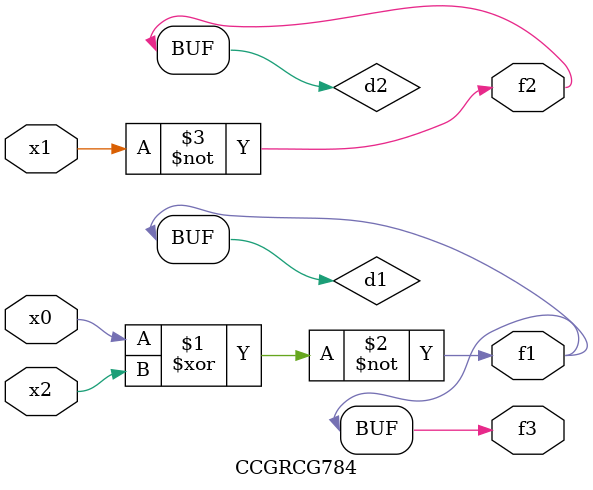
<source format=v>
module CCGRCG784(
	input x0, x1, x2,
	output f1, f2, f3
);

	wire d1, d2, d3;

	xnor (d1, x0, x2);
	nand (d2, x1);
	nor (d3, x1, x2);
	assign f1 = d1;
	assign f2 = d2;
	assign f3 = d1;
endmodule

</source>
